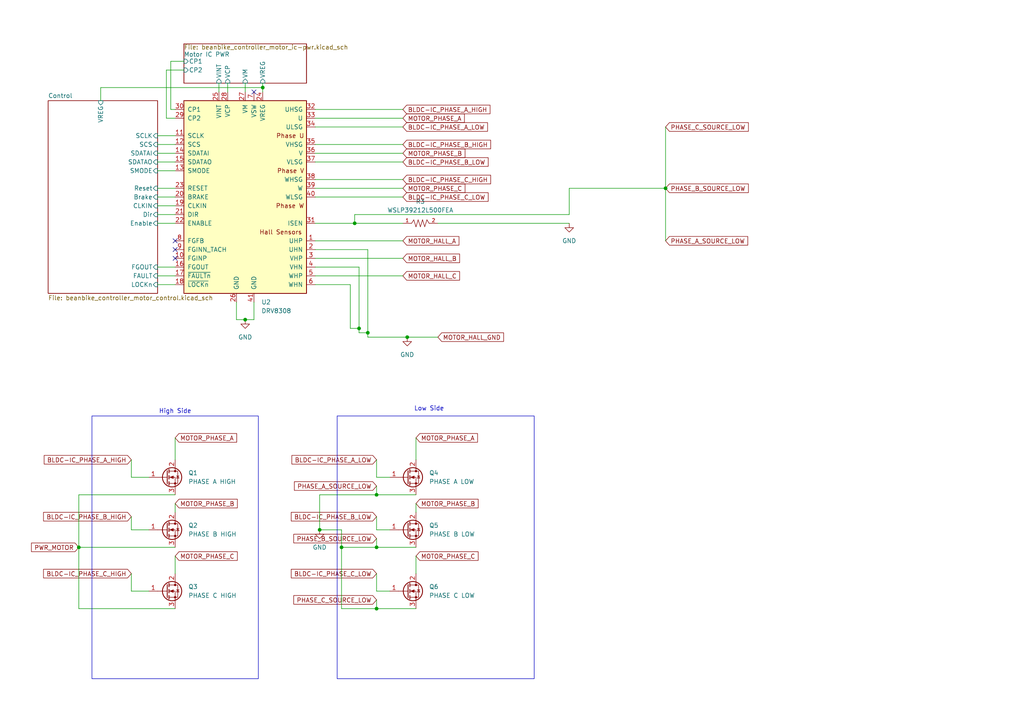
<source format=kicad_sch>
(kicad_sch (version 20250114) (generator "eeschema") (generator_version "9.0")
  (paper "A4")
  (title_block (title "BeanBike Controller Motor") (date "2025-10-11") (rev "1") (company "Ginobeano"))
  (lib_symbols
    (symbol "Driver_Motor:DRV8308" (pin_names (offset 1.016))
      (property "Reference" "U" (at -17.78 36.83 0))
      (property "Value" "DRV8308" (at -17.78 -21.59 0))
      (symbol "DRV8308_0_0"
        (text "Hall Sensors" (at 16.51 -2.54 0) (effects (font (size 1.27 1.27)) (justify right)))
        (text "Phase U" (at 17.145 25.4 0) (effects (font (size 1.27 1.27)) (justify right)))
        (text "Phase V" (at 17.145 15.24 0) (effects (font (size 1.27 1.27)) (justify right)))
        (text "Phase W" (at 17.145 5.08 0) (effects (font (size 1.27 1.27)) (justify right)))
      )
      (symbol "DRV8308_0_1"
        (rectangle (start -17.78 35.56) (end 17.78 -20.32) (stroke (width 0.254)) (fill (type background)))
      )
      (symbol "DRV8308_1_1"
        (pin passive line (at -20.32 33.02 0) (length 2.54) (name "CP1") (number "30"))
        (pin passive line (at -20.32 30.48 0) (length 2.54) (name "CP2") (number "29"))
        (pin input line (at -20.32 25.4 0) (length 2.54) (name "SCLK") (number "11"))
        (pin input line (at -20.32 22.86 0) (length 2.54) (name "SCS") (number "12"))
        (pin input line (at -20.32 20.32 0) (length 2.54) (name "SDATAI") (number "14"))
        (pin output line (at -20.32 17.78 0) (length 2.54) (name "SDATAO") (number "15"))
        (pin input line (at -20.32 15.24 0) (length 2.54) (name "SMODE") (number "13"))
        (pin input line (at -20.32 10.16 0) (length 2.54) (name "RESET") (number "23"))
        (pin input line (at -20.32 7.62 0) (length 2.54) (name "BRAKE") (number "20"))
        (pin input line (at -20.32 5.08 0) (length 2.54) (name "CLKIN") (number "19"))
        (pin input line (at -20.32 2.54 0) (length 2.54) (name "DIR") (number "21"))
        (pin input line (at -20.32 0 0) (length 2.54) (name "ENABLE") (number "22"))
        (pin output line (at -20.32 -5.08 0) (length 2.54) (name "FGFB") (number "8"))
        (pin input line (at -20.32 -7.62 0) (length 2.54) (name "FGINN_TACH") (number "9"))
        (pin bidirectional line (at -20.32 -10.16 0) (length 2.54) (name "FGINP") (number "10"))
        (pin output line (at -20.32 -12.7 0) (length 2.54) (name "FGOUT") (number "16"))
        (pin output line (at -20.32 -15.24 0) (length 2.54) (name "~{FAULTn}") (number "17"))
        (pin output line (at -20.32 -17.78 0) (length 2.54) (name "~{LOCKn}") (number "18"))
        (pin passive line (at -7.62 38.1 270) (length 2.54) (name "VINT") (number "25"))
        (pin passive line (at -5.08 38.1 270) (length 2.54) (name "VCP") (number "28"))
        (pin power_in line (at -2.54 -22.86 90) (length 2.54) (name "GND") (number "26"))
        (pin power_in line (at 0 38.1 270) (length 2.54) (name "VM") (number "27"))
        (pin power_out line (at 2.54 38.1 270) (length 2.54) (name "VSW") (number "7"))
        (pin power_in line (at 2.54 -22.86 90) (length 2.54) (name "GND") (number "41"))
        (pin power_out line (at 5.08 38.1 270) (length 2.54) (name "VREG") (number "24"))
        (pin output line (at 20.32 33.02 180) (length 2.54) (name "UHSG") (number "32"))
        (pin input line (at 20.32 30.48 180) (length 2.54) (name "U") (number "33"))
        (pin output line (at 20.32 27.94 180) (length 2.54) (name "ULSG") (number "34"))
        (pin output line (at 20.32 22.86 180) (length 2.54) (name "VHSG") (number "35"))
        (pin input line (at 20.32 20.32 180) (length 2.54) (name "V") (number "36"))
        (pin output line (at 20.32 17.78 180) (length 2.54) (name "VLSG") (number "37"))
        (pin output line (at 20.32 12.7 180) (length 2.54) (name "WHSG") (number "38"))
        (pin input line (at 20.32 10.16 180) (length 2.54) (name "W") (number "39"))
        (pin output line (at 20.32 7.62 180) (length 2.54) (name "WLSG") (number "40"))
        (pin input line (at 20.32 0 180) (length 2.54) (name "ISEN") (number "31"))
        (pin input line (at 20.32 -5.08 180) (length 2.54) (name "UHP") (number "1"))
        (pin input line (at 20.32 -7.62 180) (length 2.54) (name "UHN") (number "2"))
        (pin input line (at 20.32 -10.16 180) (length 2.54) (name "VHP") (number "3"))
        (pin input line (at 20.32 -12.7 180) (length 2.54) (name "VHN") (number "4"))
        (pin input line (at 20.32 -15.24 180) (length 2.54) (name "WHP") (number "5"))
        (pin input line (at 20.32 -17.78 180) (length 2.54) (name "WHN") (number "6"))
      )
    )
    (symbol "Transistor_FET:Q_NMOS_GDS" (pin_names (offset 0) (hide yes))
      (property "Reference" "Q" (at 5.08 1.905 0))
      (property "Value" "Q_NMOS_GDS" (at 5.08 0 0))
      (symbol "Q_NMOS_GDS_0_1"
        (polyline (pts (xy 0.254 1.905) (xy 0.254 -1.905)) (stroke (width 0.254)))
        (polyline (pts (xy 0.254 0) (xy -2.54 0)))
        (polyline (pts (xy 0.762 2.286) (xy 0.762 1.27)) (stroke (width 0.254)))
        (polyline (pts (xy 0.762 0.508) (xy 0.762 -0.508)) (stroke (width 0.254)))
        (polyline (pts (xy 0.762 -1.27) (xy 0.762 -2.286)) (stroke (width 0.254)))
        (polyline (pts (xy 0.762 -1.778) (xy 3.302 -1.778) (xy 3.302 1.778) (xy 0.762 1.778)))
        (polyline (pts (xy 1.016 0) (xy 2.032 0.381) (xy 2.032 -0.381) (xy 1.016 0)) (fill (type outline)))
        (circle (center 1.651 0) (radius 2.794) (stroke (width 0.254)))
        (polyline (pts (xy 2.54 2.54) (xy 2.54 1.778)))
        (circle (center 2.54 1.778) (radius 0.254) (fill (type outline)))
        (circle (center 2.54 -1.778) (radius 0.254) (fill (type outline)))
        (polyline (pts (xy 2.54 -2.54) (xy 2.54 0) (xy 0.762 0)))
        (polyline (pts (xy 2.921 0.381) (xy 3.683 0.381)))
        (polyline (pts (xy 3.302 0.381) (xy 2.921 -0.254) (xy 3.683 -0.254) (xy 3.302 0.381)))
      )
      (symbol "Q_NMOS_GDS_1_1"
        (pin input line (at -5.08 0 0) (length 2.54) (name "G") (number "1"))
        (pin passive line (at 2.54 5.08 270) (length 2.54) (name "D") (number "2"))
        (pin passive line (at 2.54 -5.08 90) (length 2.54) (name "S") (number "3"))
      )
    )
    (symbol "WSLP39212L500FEA:WSLP39212L500FEA" (pin_names (offset 1.016))
      (property "Reference" "R" (at -7.6244 2.5415 0))
      (property "Value" "WSLP39212L500FEA" (at -7.63 -5.0866 0))
      (symbol "WSLP39212L500FEA_0_0"
        (polyline (pts (xy -2.54 0) (xy -1.905 1.016)) (stroke (width 0.1524)))
        (polyline (pts (xy -1.905 1.016) (xy -1.27 -1.016)) (stroke (width 0.1524)))
        (polyline (pts (xy -1.27 -1.016) (xy -0.635 1.016)) (stroke (width 0.1524)))
        (polyline (pts (xy -0.635 1.016) (xy 0 -1.016)) (stroke (width 0.1524)))
        (polyline (pts (xy 0 -1.016) (xy 0.635 1.016)) (stroke (width 0.1524)))
        (polyline (pts (xy 0.635 1.016) (xy 1.27 -1.016)) (stroke (width 0.1524)))
        (polyline (pts (xy 1.27 -1.016) (xy 1.905 1.016)) (stroke (width 0.1524)))
        (polyline (pts (xy 1.905 1.016) (xy 2.54 0)) (stroke (width 0.1524)))
        (pin passive line (at -5.08 0 0) (length 2.54) (name "~") (number "1"))
        (pin passive line (at 5.08 0 180) (length 2.54) (name "~") (number "2"))
      )
    )
    (symbol "power:GND" (power) (pin_numbers (hide yes)) (pin_names (offset 0) (hide yes))
      (property "Value" "GND" (at 0 -3.81 0))
      (symbol "GND_0_1"
        (polyline (pts (xy 0 0) (xy 0 -1.27) (xy 1.27 -1.27) (xy 0 -2.54) (xy -1.27 -1.27) (xy 0 -1.27)))
      )
      (symbol "GND_1_1"
        (pin power_in line (at 0 0 270) (length 0) (name "~") (number "1"))
      )
    )
  )
  (rectangle (start 26.67 120.65) (end 74.93 196.85))
  (rectangle (start 97.79 120.65) (end 154.94 196.85))
  (text "High Side\n" (at 50.8 119.38 0) (effects (font (size 1.27 1.27))))
  (text "Low Side\n" (at 124.46 118.618 0) (effects (font (size 1.27 1.27))))
  (junction (at 71.12 92.71))
  (junction (at 109.22 143.51))
  (junction (at 118.11 97.79))
  (junction (at 104.14 95.25))
  (junction (at 22.86 158.75))
  (junction (at 106.68 96.52))
  (junction (at 99.06 158.75))
  (junction (at 76.2 25.4))
  (junction (at 109.22 158.75))
  (junction (at 92.71 153.67))
  (junction (at 102.87 64.77))
  (junction (at 193.04 54.61))
  (junction (at 109.22 176.53))
  (no_connect (at 73.66 26.67))
  (no_connect (at 50.8 72.39))
  (no_connect (at 50.8 69.85))
  (no_connect (at 50.8 74.93))
  (wire (pts (xy 50.8 146.05) (xy 50.8 148.59)))
  (wire (pts (xy 71.12 24.13) (xy 71.12 26.67)))
  (wire (pts (xy 91.44 80.01) (xy 116.84 80.01)))
  (wire (pts (xy 50.8 31.75) (xy 49.53 31.75)))
  (wire (pts (xy 92.71 153.67) (xy 99.06 153.67)))
  (wire (pts (xy 63.5 24.13) (xy 63.5 26.67)))
  (wire (pts (xy 38.1 149.86) (xy 38.1 153.67)))
  (wire (pts (xy 45.72 46.99) (xy 50.8 46.99)))
  (wire (pts (xy 38.1 138.43) (xy 43.18 138.43)))
  (wire (pts (xy 127 97.79) (xy 118.11 97.79)))
  (wire (pts (xy 91.44 74.93) (xy 116.84 74.93)))
  (wire (pts (xy 29.21 25.4) (xy 29.21 29.21)))
  (wire (pts (xy 109.22 156.21) (xy 109.22 158.75)))
  (wire (pts (xy 120.65 161.29) (xy 120.65 166.37)))
  (wire (pts (xy 106.68 96.52) (xy 106.68 97.79)))
  (wire (pts (xy 104.14 96.52) (xy 106.68 96.52)))
  (wire (pts (xy 91.44 52.07) (xy 116.84 52.07)))
  (wire (pts (xy 91.44 54.61) (xy 116.84 54.61)))
  (wire (pts (xy 22.86 176.53) (xy 22.86 158.75)))
  (wire (pts (xy 91.44 31.75) (xy 116.84 31.75)))
  (wire (pts (xy 104.14 77.47) (xy 104.14 95.25)))
  (wire (pts (xy 50.8 161.29) (xy 50.8 166.37)))
  (wire (pts (xy 109.22 138.43) (xy 113.03 138.43)))
  (wire (pts (xy 109.22 166.37) (xy 109.22 171.45)))
  (wire (pts (xy 99.06 176.53) (xy 99.06 158.75)))
  (wire (pts (xy 91.44 46.99) (xy 116.84 46.99)))
  (wire (pts (xy 109.22 143.51) (xy 92.71 143.51)))
  (wire (pts (xy 45.72 54.61) (xy 50.8 54.61)))
  (wire (pts (xy 45.72 59.69) (xy 50.8 59.69)))
  (wire (pts (xy 91.44 41.91) (xy 116.84 41.91)))
  (wire (pts (xy 165.1 54.61) (xy 165.1 62.23)))
  (wire (pts (xy 68.58 87.63) (xy 68.58 92.71)))
  (wire (pts (xy 48.26 34.29) (xy 50.8 34.29)))
  (wire (pts (xy 109.22 133.35) (xy 109.22 138.43)))
  (wire (pts (xy 101.6 82.55) (xy 101.6 95.25)))
  (wire (pts (xy 91.44 44.45) (xy 116.84 44.45)))
  (wire (pts (xy 109.22 149.86) (xy 109.22 153.67)))
  (wire (pts (xy 48.26 20.32) (xy 48.26 34.29)))
  (wire (pts (xy 120.65 176.53) (xy 109.22 176.53)))
  (wire (pts (xy 45.72 49.53) (xy 50.8 49.53)))
  (wire (pts (xy 45.72 57.15) (xy 50.8 57.15)))
  (wire (pts (xy 45.72 64.77) (xy 50.8 64.77)))
  (wire (pts (xy 127 64.77) (xy 165.1 64.77)))
  (wire (pts (xy 91.44 57.15) (xy 116.84 57.15)))
  (wire (pts (xy 49.53 17.78) (xy 49.53 31.75)))
  (wire (pts (xy 120.65 127) (xy 120.65 133.35)))
  (wire (pts (xy 53.34 17.78) (xy 49.53 17.78)))
  (wire (pts (xy 22.86 143.51) (xy 22.86 158.75)))
  (wire (pts (xy 109.22 158.75) (xy 120.65 158.75)))
  (wire (pts (xy 91.44 69.85) (xy 116.84 69.85)))
  (wire (pts (xy 109.22 173.99) (xy 109.22 176.53)))
  (wire (pts (xy 50.8 127) (xy 50.8 133.35)))
  (wire (pts (xy 50.8 143.51) (xy 22.86 143.51)))
  (wire (pts (xy 106.68 97.79) (xy 118.11 97.79)))
  (wire (pts (xy 76.2 24.13) (xy 76.2 25.4)))
  (wire (pts (xy 106.68 72.39) (xy 106.68 96.52)))
  (wire (pts (xy 104.14 95.25) (xy 104.14 96.52)))
  (wire (pts (xy 38.1 153.67) (xy 43.18 153.67)))
  (wire (pts (xy 38.1 171.45) (xy 43.18 171.45)))
  (wire (pts (xy 45.72 39.37) (xy 50.8 39.37)))
  (wire (pts (xy 45.72 44.45) (xy 50.8 44.45)))
  (wire (pts (xy 53.34 20.32) (xy 48.26 20.32)))
  (wire (pts (xy 109.22 176.53) (xy 99.06 176.53)))
  (wire (pts (xy 45.72 77.47) (xy 50.8 77.47)))
  (wire (pts (xy 38.1 166.37) (xy 38.1 171.45)))
  (wire (pts (xy 66.04 24.13) (xy 66.04 26.67)))
  (wire (pts (xy 91.44 77.47) (xy 104.14 77.47)))
  (wire (pts (xy 91.44 72.39) (xy 106.68 72.39)))
  (wire (pts (xy 102.87 62.23) (xy 102.87 64.77)))
  (wire (pts (xy 102.87 64.77) (xy 116.84 64.77)))
  (wire (pts (xy 109.22 171.45) (xy 113.03 171.45)))
  (wire (pts (xy 109.22 153.67) (xy 113.03 153.67)))
  (wire (pts (xy 71.12 92.71) (xy 73.66 92.71)))
  (wire (pts (xy 120.65 146.05) (xy 120.65 148.59)))
  (wire (pts (xy 73.66 92.71) (xy 73.66 87.63)))
  (wire (pts (xy 91.44 64.77) (xy 102.87 64.77)))
  (wire (pts (xy 193.04 69.85) (xy 193.04 54.61)))
  (wire (pts (xy 91.44 36.83) (xy 116.84 36.83)))
  (wire (pts (xy 120.65 143.51) (xy 109.22 143.51)))
  (wire (pts (xy 45.72 80.01) (xy 50.8 80.01)))
  (wire (pts (xy 45.72 62.23) (xy 50.8 62.23)))
  (wire (pts (xy 99.06 158.75) (xy 109.22 158.75)))
  (wire (pts (xy 193.04 36.83) (xy 193.04 54.61)))
  (wire (pts (xy 193.04 54.61) (xy 165.1 54.61)))
  (wire (pts (xy 76.2 25.4) (xy 29.21 25.4)))
  (wire (pts (xy 91.44 34.29) (xy 116.84 34.29)))
  (wire (pts (xy 45.72 41.91) (xy 50.8 41.91)))
  (wire (pts (xy 92.71 143.51) (xy 92.71 153.67)))
  (wire (pts (xy 165.1 62.23) (xy 102.87 62.23)))
  (wire (pts (xy 45.72 82.55) (xy 50.8 82.55)))
  (wire (pts (xy 50.8 176.53) (xy 22.86 176.53)))
  (wire (pts (xy 109.22 140.97) (xy 109.22 143.51)))
  (wire (pts (xy 101.6 95.25) (xy 104.14 95.25)))
  (wire (pts (xy 38.1 133.35) (xy 38.1 138.43)))
  (wire (pts (xy 22.86 158.75) (xy 50.8 158.75)))
  (wire (pts (xy 68.58 92.71) (xy 71.12 92.71)))
  (wire (pts (xy 99.06 153.67) (xy 99.06 158.75)))
  (wire (pts (xy 76.2 25.4) (xy 76.2 26.67)))
  (wire (pts (xy 91.44 82.55) (xy 101.6 82.55)))
  (global_label "MOTOR_PHASE_A" (shape input) (at 120.65 127 0) (property "Intersheetrefs" "${INTERSHEET_REFS}" (effects (hide yes))))
  (global_label "BLDC-IC_PHASE_C_LOW" (shape input) (at 109.22 166.37 180) (property "Intersheetrefs" "${INTERSHEET_REFS}" (effects (hide yes))))
  (global_label "MOTOR_PHASE_B" (shape input) (at 116.84 44.45 0) (property "Intersheetrefs" "${INTERSHEET_REFS}" (effects (hide yes))))
  (global_label "PHASE_C_SOURCE_LOW" (shape input) (at 193.04 36.83 0) (property "Intersheetrefs" "${INTERSHEET_REFS}" (effects (hide yes))))
  (global_label "PHASE_C_SOURCE_LOW" (shape input) (at 109.22 173.99 180) (property "Intersheetrefs" "${INTERSHEET_REFS}" (effects (hide yes))))
  (global_label "PWR_MOTOR" (shape input) (at 22.86 158.75 180) (property "Intersheetrefs" "${INTERSHEET_REFS}" (effects (hide yes))))
  (global_label "PHASE_A_SOURCE_LOW" (shape input) (at 193.04 69.85 0) (property "Intersheetrefs" "${INTERSHEET_REFS}" (effects (hide yes))))
  (global_label "BLDC-IC_PHASE_B_HIGH" (shape input) (at 116.84 41.91 0) (property "Intersheetrefs" "${INTERSHEET_REFS}" (effects (hide yes))))
  (global_label "PHASE_B_SOURCE_LOW" (shape input) (at 109.22 156.21 180) (property "Intersheetrefs" "${INTERSHEET_REFS}" (effects (hide yes))))
  (global_label "BLDC-IC_PHASE_A_HIGH" (shape input) (at 116.84 31.75 0) (property "Intersheetrefs" "${INTERSHEET_REFS}" (effects (hide yes))))
  (global_label "MOTOR_HALL_GND" (shape input) (at 127 97.79 0) (property "Intersheetrefs" "${INTERSHEET_REFS}" (effects (hide yes))))
  (global_label "MOTOR_PHASE_A" (shape input) (at 50.8 127 0) (property "Intersheetrefs" "${INTERSHEET_REFS}" (effects (hide yes))))
  (global_label "BLDC-IC_PHASE_C_HIGH" (shape input) (at 38.1 166.37 180) (property "Intersheetrefs" "${INTERSHEET_REFS}" (effects (hide yes))))
  (global_label "BLDC-IC_PHASE_C_LOW" (shape input) (at 116.84 57.15 0) (property "Intersheetrefs" "${INTERSHEET_REFS}" (effects (hide yes))))
  (global_label "BLDC-IC_PHASE_B_LOW" (shape input) (at 109.22 149.86 180) (property "Intersheetrefs" "${INTERSHEET_REFS}" (effects (hide yes))))
  (global_label "MOTOR_HALL_C" (shape input) (at 116.84 80.01 0) (property "Intersheetrefs" "${INTERSHEET_REFS}" (effects (hide yes))))
  (global_label "MOTOR_PHASE_C" (shape input) (at 116.84 54.61 0) (property "Intersheetrefs" "${INTERSHEET_REFS}" (effects (hide yes))))
  (global_label "BLDC-IC_PHASE_C_HIGH" (shape input) (at 116.84 52.07 0) (property "Intersheetrefs" "${INTERSHEET_REFS}" (effects (hide yes))))
  (global_label "MOTOR_PHASE_B" (shape input) (at 50.8 146.05 0) (property "Intersheetrefs" "${INTERSHEET_REFS}" (effects (hide yes))))
  (global_label "MOTOR_PHASE_C" (shape input) (at 50.8 161.29 0) (property "Intersheetrefs" "${INTERSHEET_REFS}" (effects (hide yes))))
  (global_label "BLDC-IC_PHASE_B_HIGH" (shape input) (at 38.1 149.86 180) (property "Intersheetrefs" "${INTERSHEET_REFS}" (effects (hide yes))))
  (global_label "BLDC-IC_PHASE_A_HIGH" (shape input) (at 38.1 133.35 180) (property "Intersheetrefs" "${INTERSHEET_REFS}" (effects (hide yes))))
  (global_label "BLDC-IC_PHASE_A_LOW" (shape input) (at 116.84 36.83 0) (property "Intersheetrefs" "${INTERSHEET_REFS}" (effects (hide yes))))
  (global_label "MOTOR_PHASE_B" (shape input) (at 120.65 146.05 0) (property "Intersheetrefs" "${INTERSHEET_REFS}" (effects (hide yes))))
  (global_label "PHASE_A_SOURCE_LOW" (shape input) (at 109.22 140.97 180) (property "Intersheetrefs" "${INTERSHEET_REFS}" (effects (hide yes))))
  (global_label "BLDC-IC_PHASE_B_LOW" (shape input) (at 116.84 46.99 0) (property "Intersheetrefs" "${INTERSHEET_REFS}" (effects (hide yes))))
  (global_label "MOTOR_HALL_B" (shape input) (at 116.84 74.93 0) (property "Intersheetrefs" "${INTERSHEET_REFS}" (effects (hide yes))))
  (global_label "MOTOR_PHASE_A" (shape input) (at 116.84 34.29 0) (property "Intersheetrefs" "${INTERSHEET_REFS}" (effects (hide yes))))
  (global_label "MOTOR_PHASE_C" (shape input) (at 120.65 161.29 0) (property "Intersheetrefs" "${INTERSHEET_REFS}" (effects (hide yes))))
  (global_label "MOTOR_HALL_A" (shape input) (at 116.84 69.85 0) (property "Intersheetrefs" "${INTERSHEET_REFS}" (effects (hide yes))))
  (global_label "PHASE_B_SOURCE_LOW" (shape input) (at 193.04 54.61 0) (property "Intersheetrefs" "${INTERSHEET_REFS}" (effects (hide yes))))
  (global_label "BLDC-IC_PHASE_A_LOW" (shape input) (at 109.22 133.35 180) (property "Intersheetrefs" "${INTERSHEET_REFS}" (effects (hide yes))))
  (symbol (lib_id "Transistor_FET:Q_NMOS_GDS") (at 118.11 138.43 0) (unit 1)
    (property "Reference" "Q4" (at 124.46 137.1599 0) (effects (justify left)))
    (property "Value" "PHASE A LOW" (at 124.46 139.6999 0) (effects (justify left)))
    (property "Footprint" "Package_TO_SOT_THT:TO-220-3_Vertical" (effects (hide yes)))
    (property "Description" "N-MOSFET transistor, gate/drain/source" (effects (hide yes)))
  )
  (symbol (lib_id "Transistor_FET:Q_NMOS_GDS") (at 118.11 171.45 0) (unit 1)
    (property "Reference" "Q6" (at 124.46 170.1799 0) (effects (justify left)))
    (property "Value" "PHASE C LOW" (at 124.46 172.7199 0) (effects (justify left)))
    (property "Footprint" "Package_TO_SOT_THT:TO-220-3_Vertical" (effects (hide yes)))
    (property "Description" "N-MOSFET transistor, gate/drain/source" (effects (hide yes)))
  )
  (symbol (lib_id "Transistor_FET:Q_NMOS_GDS") (at 48.26 153.67 0) (unit 1)
    (property "Reference" "Q2" (at 54.61 152.3999 0) (effects (justify left)))
    (property "Value" "PHASE B HIGH" (at 54.61 154.9399 0) (effects (justify left)))
    (property "Footprint" "Package_TO_SOT_THT:TO-220-3_Vertical" (effects (hide yes)))
    (property "Description" "N-MOSFET transistor, gate/drain/source" (effects (hide yes)))
  )
  (symbol (lib_id "Transistor_FET:Q_NMOS_GDS") (at 48.26 171.45 0) (unit 1)
    (property "Reference" "Q3" (at 54.61 170.1799 0) (effects (justify left)))
    (property "Value" "PHASE C HIGH" (at 54.61 172.7199 0) (effects (justify left)))
    (property "Footprint" "Package_TO_SOT_THT:TO-220-3_Vertical" (effects (hide yes)))
    (property "Description" "N-MOSFET transistor, gate/drain/source" (effects (hide yes)))
  )
  (symbol (lib_id "power:GND") (at 118.11 97.79 0) (unit 1)
    (property "Reference" "#PWR012" (effects (hide yes)))
    (property "Value" "GND" (at 118.11 102.87 0))
    (property "Description" "Power symbol creates a global label with name \"GND\" , ground" (effects (hide yes)))
  )
  (symbol (lib_id "power:GND") (at 165.1 64.77 0) (unit 1)
    (property "Reference" "#PWR013" (effects (hide yes)))
    (property "Value" "GND" (at 165.1 69.85 0))
    (property "Description" "Power symbol creates a global label with name \"GND\" , ground" (effects (hide yes)))
  )
  (symbol (lib_id "WSLP39212L500FEA:WSLP39212L500FEA") (at 121.92 64.77 0) (unit 1)
    (property "Reference" "R3" (at 121.92 58.42 0))
    (property "Value" "WSLP39212L500FEA" (at 121.92 60.96 0))
    (property "Footprint" "WSLP39212L500FEA:RES_WSLP39212L500FEA" (effects (hide yes)))
    (property "MAXIMUM_PACKAGE_HEIGHT" "3.754 mm" (effects (hide yes)))
    (property "CREATOR" "AAMIR" (effects (hide yes)))
    (property "STANDARD" "Manufacturer Recommendations" (effects (hide yes)))
    (property "PARTREV" "13-Mar-2025" (effects (hide yes)))
    (property "VERIFIER" "RODRIGO" (effects (hide yes)))
    (property "MANUFACTURER" "Vishay" (effects (hide yes)))
  )
  (symbol (lib_id "Driver_Motor:DRV8308") (at 71.12 64.77 0) (unit 1)
    (property "Reference" "U2" (at 75.8033 87.63 0) (effects (justify left)))
    (property "Value" "DRV8308" (at 75.8033 90.17 0) (effects (justify left)))
    (property "Footprint" "Package_DFN_QFN:Texas_RHA0040E_VQFN-40-1EP_6x6mm_P0.5mm_EP3.52x2.62mm" (effects (hide yes)))
    (property "Datasheet" "http://www.ti.com/lit/ds/symlink/drv8308.pdf" (effects (hide yes)))
    (property "Description" "Brushless DC motor controller, closed loop, hall sensor inputs, current limiting, SPI interface" (effects (hide yes)))
  )
  (symbol (lib_id "power:GND") (at 92.71 153.67 0) (unit 1)
    (property "Reference" "#PWR011" (effects (hide yes)))
    (property "Value" "GND" (at 92.71 158.75 0))
    (property "Description" "Power symbol creates a global label with name \"GND\" , ground" (effects (hide yes)))
  )
  (symbol (lib_id "power:GND") (at 71.12 92.71 0) (unit 1)
    (property "Reference" "#PWR010" (effects (hide yes)))
    (property "Value" "GND" (at 71.12 97.79 0))
    (property "Description" "Power symbol creates a global label with name \"GND\" , ground" (effects (hide yes)))
  )
  (symbol (lib_id "Transistor_FET:Q_NMOS_GDS") (at 118.11 153.67 0) (unit 1)
    (property "Reference" "Q5" (at 124.46 152.3999 0) (effects (justify left)))
    (property "Value" "PHASE B LOW" (at 124.46 154.9399 0) (effects (justify left)))
    (property "Footprint" "Package_TO_SOT_THT:TO-220-3_Vertical" (effects (hide yes)))
    (property "Description" "N-MOSFET transistor, gate/drain/source" (effects (hide yes)))
  )
  (symbol (lib_id "Transistor_FET:Q_NMOS_GDS") (at 48.26 138.43 0) (unit 1)
    (property "Reference" "Q1" (at 54.61 137.1599 0) (effects (justify left)))
    (property "Value" "PHASE A HIGH" (at 54.61 139.6999 0) (effects (justify left)))
    (property "Footprint" "Package_TO_SOT_THT:TO-220-3_Vertical" (effects (hide yes)))
    (property "Description" "N-MOSFET transistor, gate/drain/source" (effects (hide yes)))
  )
  (sheet (at 13.97 29.21) (size 31.75 55.88) (stroke (width 0.1524))
    (property "Sheetname" "Control" (at 13.97 28.4984 0) (effects (justify left bottom)))
    (property "Sheetfile" "beanbike_controller_motor_control.kicad_sch" (at 13.97 85.6746 0) (effects (justify left top)))
    (pin "Brake" input (at 45.72 57.15 0))
    (pin "CLKIN" input (at 45.72 59.69 0))
    (pin "Dir" input (at 45.72 62.23 0))
    (pin "Enable" input (at 45.72 64.77 0))
    (pin "FAULT" input (at 45.72 80.01 0))
    (pin "FGOUT" input (at 45.72 77.47 0))
    (pin "LOCKn" input (at 45.72 82.55 0))
    (pin "Reset" input (at 45.72 54.61 0))
    (pin "VREG" input (at 29.21 29.21 90))
    (pin "SCLK" input (at 45.72 39.37 0))
    (pin "SCS" input (at 45.72 41.91 0))
    (pin "SDATAI" input (at 45.72 44.45 0))
    (pin "SDATAO" input (at 45.72 46.99 0))
    (pin "SMODE" input (at 45.72 49.53 0))
  )
  (sheet (at 53.34 12.7) (size 35.56 11.43) (stroke (width 0.1524))
    (property "Sheetname" "Motor IC PWR" (at 53.34 16.51 0) (effects (justify left bottom)))
    (property "Sheetfile" "beanbike_controller_motor_ic-pwr.kicad_sch" (at 53.34 12.954 0) (effects (justify left top)))
    (pin "VREG" input (at 76.2 24.13 270))
    (pin "VCP" input (at 66.04 24.13 270))
    (pin "VM" input (at 71.12 24.13 270))
    (pin "CP1" input (at 53.34 17.78 180))
    (pin "CP2" input (at 53.34 20.32 180))
    (pin "VINT" input (at 63.5 24.13 270))
  )
)
</source>
